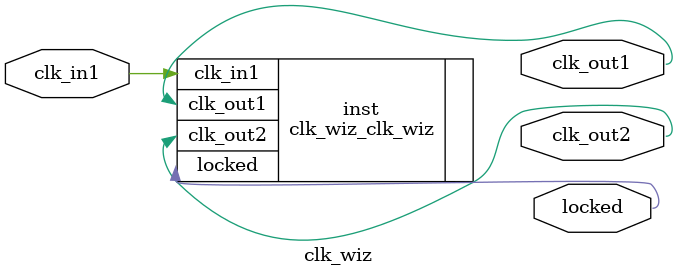
<source format=v>


`timescale 1ps/1ps

(* CORE_GENERATION_INFO = "clk_wiz,clk_wiz_v6_0_4_0_0,{component_name=clk_wiz,use_phase_alignment=true,use_min_o_jitter=false,use_max_i_jitter=false,use_dyn_phase_shift=false,use_inclk_switchover=false,use_dyn_reconfig=false,enable_axi=0,feedback_source=FDBK_AUTO,PRIMITIVE=MMCM,num_out_clk=2,clkin1_period=10.000,clkin2_period=10.000,use_power_down=false,use_reset=false,use_locked=true,use_inclk_stopped=false,feedback_type=SINGLE,CLOCK_MGR_TYPE=NA,manual_override=false}" *)

module clk_wiz 
 (
  // Clock out ports
  output        clk_out1,
  output        clk_out2,
  // Status and control signals
  output        locked,
 // Clock in ports
  input         clk_in1
 );

  clk_wiz_clk_wiz inst
  (
  // Clock out ports  
  .clk_out1(clk_out1),
  .clk_out2(clk_out2),
  // Status and control signals               
  .locked(locked),
 // Clock in ports
  .clk_in1(clk_in1)
  );

endmodule

</source>
